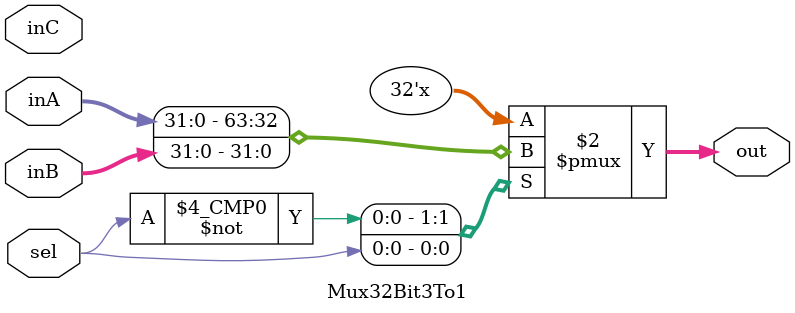
<source format=v>
`timescale 1ns / 1ps


module Mux32Bit3To1(out, inA, inB, inC, sel);

    output reg [31:0] out;
    
    input [31:0] inA;
    input [31:0] inB;
    input [31:0] inC; 
    input sel;

   always @(*) begin
    case (sel)
        2'b00: out = inA;  // Select inA
        2'b01: out = inB;  // Select inB
        2'b10: out = inC;  // Select inC
        default: out = 32'b0; // Default case
    endcase
    end

endmodule

</source>
